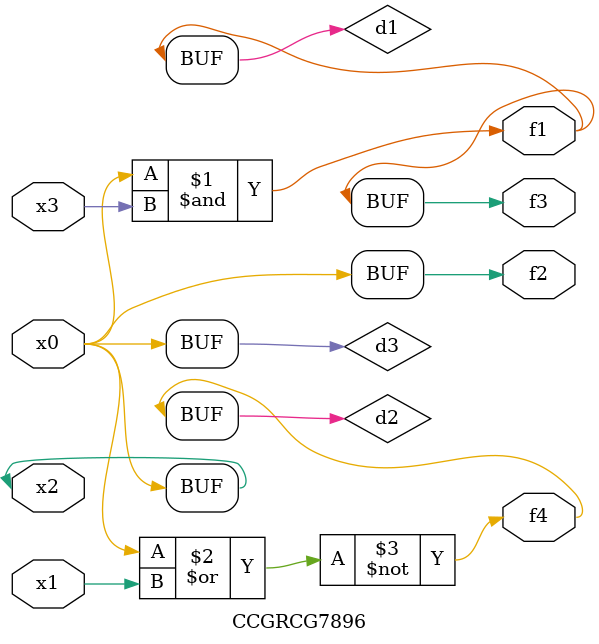
<source format=v>
module CCGRCG7896(
	input x0, x1, x2, x3,
	output f1, f2, f3, f4
);

	wire d1, d2, d3;

	and (d1, x2, x3);
	nor (d2, x0, x1);
	buf (d3, x0, x2);
	assign f1 = d1;
	assign f2 = d3;
	assign f3 = d1;
	assign f4 = d2;
endmodule

</source>
